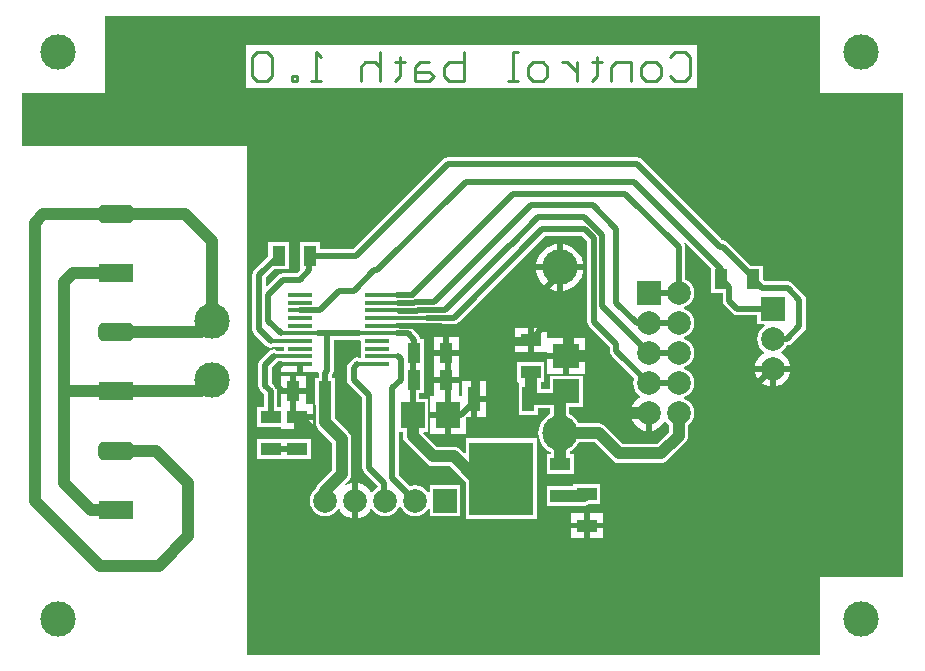
<source format=gbl>
G04 Layer_Physical_Order=2*
G04 Layer_Color=39168*
%FSLAX44Y44*%
%MOMM*%
G71*
G01*
G75*
%ADD10R,1.7000X1.1000*%
%ADD11R,1.1000X1.7000*%
%ADD12R,2.1500X0.4000*%
%ADD13R,2.1500X0.4000*%
%ADD14R,1.0000X2.1000*%
%ADD15R,5.4000X6.2000*%
%ADD16R,2.0000X2.2000*%
%ADD17R,2.2000X2.0000*%
%ADD18C,0.5000*%
%ADD19C,1.0000*%
%ADD20C,0.3000*%
%ADD21C,0.5080*%
%ADD22C,0.2540*%
%ADD23R,3.0000X1.5240*%
G04:AMPARAMS|DCode=24|XSize=1.524mm|YSize=3mm|CornerRadius=0.381mm|HoleSize=0mm|Usage=FLASHONLY|Rotation=270.000|XOffset=0mm|YOffset=0mm|HoleType=Round|Shape=RoundedRectangle|*
%AMROUNDEDRECTD24*
21,1,1.5240,2.2380,0,0,270.0*
21,1,0.7620,3.0000,0,0,270.0*
1,1,0.7620,-1.1190,-0.3810*
1,1,0.7620,-1.1190,0.3810*
1,1,0.7620,1.1190,0.3810*
1,1,0.7620,1.1190,-0.3810*
%
%ADD24ROUNDEDRECTD24*%
%ADD25C,2.0000*%
%ADD26R,2.0000X2.0000*%
%ADD27R,2.0000X2.0000*%
%ADD28C,3.0000*%
G36*
X940000Y740000D02*
X1010646Y740000D01*
Y330000D01*
X940000Y330000D01*
X940000Y264354D01*
X455000D01*
X455000Y695000D01*
X264354Y695000D01*
Y740000D01*
X335000Y740000D01*
X335000Y805646D01*
X940000D01*
X940000Y740000D01*
D02*
G37*
%LPC*%
G36*
X644650Y496750D02*
X637150D01*
Y483500D01*
X635063D01*
X634000Y484000D01*
X634000Y484770D01*
Y495000D01*
X623500D01*
X613000D01*
Y484770D01*
X613000Y484000D01*
X611937Y483500D01*
X610000D01*
Y470000D01*
X625000D01*
Y467500D01*
X627500D01*
Y451500D01*
X640000D01*
Y465750D01*
X644650D01*
Y481250D01*
Y496750D01*
D02*
G37*
G36*
X657150Y478750D02*
X649650D01*
Y465750D01*
X657150D01*
Y478750D01*
D02*
G37*
G36*
X511000Y463500D02*
X500000D01*
Y455500D01*
X511000D01*
Y463500D01*
D02*
G37*
G36*
X657150Y496750D02*
X649650D01*
Y483750D01*
X657150D01*
Y496750D01*
D02*
G37*
G36*
X897500Y504200D02*
X885174D01*
X885217Y503759D01*
X886075Y500932D01*
X887468Y498326D01*
X889342Y496042D01*
X891626Y494168D01*
X894232Y492775D01*
X897059Y491917D01*
X897500Y491874D01*
Y504200D01*
D02*
G37*
G36*
X504500Y501000D02*
X496500D01*
Y490000D01*
X504500D01*
Y501000D01*
D02*
G37*
G36*
X491500D02*
X483500D01*
Y490000D01*
X491500D01*
Y501000D01*
D02*
G37*
G36*
X792300Y466700D02*
X779974D01*
X780017Y466259D01*
X780875Y463432D01*
X782268Y460826D01*
X784142Y458542D01*
X786426Y456668D01*
X789032Y455275D01*
X791860Y454417D01*
X792300Y454374D01*
Y466700D01*
D02*
G37*
G36*
X740000Y384500D02*
X729000D01*
Y376500D01*
X740000D01*
Y384500D01*
D02*
G37*
G36*
X756000Y371500D02*
X745000D01*
Y363500D01*
X756000D01*
Y371500D01*
D02*
G37*
G36*
X740000D02*
X729000D01*
Y363500D01*
X740000D01*
Y371500D01*
D02*
G37*
G36*
X756000Y384500D02*
X745000D01*
Y376500D01*
X756000D01*
Y384500D01*
D02*
G37*
G36*
X622500Y465000D02*
X610000D01*
Y451500D01*
X622500D01*
Y465000D01*
D02*
G37*
G36*
X509000Y447500D02*
X463500D01*
Y430500D01*
X509000D01*
Y447500D01*
D02*
G37*
G36*
X754000Y409500D02*
X731000D01*
Y407500D01*
X708500D01*
Y390500D01*
X731500D01*
Y390931D01*
X740500D01*
X742588Y391206D01*
X744535Y392012D01*
X745170Y392500D01*
X754000D01*
Y409500D01*
D02*
G37*
G36*
X914826Y504200D02*
X902500D01*
Y491874D01*
X902941Y491917D01*
X905768Y492775D01*
X908374Y494168D01*
X910658Y496042D01*
X912532Y498326D01*
X913925Y500932D01*
X914783Y503759D01*
X914826Y504200D01*
D02*
G37*
G36*
X717000Y590000D02*
X699650D01*
X699789Y588579D01*
X700933Y584809D01*
X702790Y581335D01*
X705289Y578289D01*
X708335Y575790D01*
X711809Y573933D01*
X715579Y572789D01*
X717000Y572649D01*
Y590000D01*
D02*
G37*
G36*
X692500Y541500D02*
X681500D01*
Y533500D01*
X692500D01*
Y541500D01*
D02*
G37*
G36*
X634000Y533500D02*
X626000D01*
Y522500D01*
X634000D01*
Y533500D01*
D02*
G37*
G36*
X739351Y590000D02*
X722000D01*
Y572649D01*
X723421Y572789D01*
X727191Y573933D01*
X730665Y575790D01*
X733711Y578289D01*
X736210Y581335D01*
X738067Y584809D01*
X739211Y588579D01*
X739351Y590000D01*
D02*
G37*
G36*
X835540Y780532D02*
X453746D01*
Y744460D01*
X835540D01*
Y780532D01*
D02*
G37*
G36*
X722000Y612351D02*
Y595000D01*
X739351D01*
X739211Y596421D01*
X738067Y600191D01*
X736210Y603665D01*
X733711Y606711D01*
X730665Y609210D01*
X727191Y611067D01*
X723421Y612211D01*
X722000Y612351D01*
D02*
G37*
G36*
X717000D02*
X715579Y612211D01*
X711809Y611067D01*
X708335Y609210D01*
X705289Y606711D01*
X702790Y603665D01*
X700933Y600191D01*
X699789Y596421D01*
X699650Y595000D01*
X717000D01*
Y612351D01*
D02*
G37*
G36*
X621000Y533500D02*
X613000D01*
Y522500D01*
X621000D01*
Y533500D01*
D02*
G37*
G36*
X741000Y515000D02*
X727500D01*
Y502500D01*
X741000D01*
Y515000D01*
D02*
G37*
G36*
X722500D02*
X709000D01*
Y502500D01*
X722500D01*
Y515000D01*
D02*
G37*
G36*
X634000Y517500D02*
X623500D01*
X613000D01*
Y506500D01*
Y500000D01*
X623500D01*
X634000D01*
Y506500D01*
Y517500D01*
D02*
G37*
G36*
X785000Y685608D02*
X625000D01*
X622854Y685181D01*
X621035Y683965D01*
X545177Y608108D01*
X517000D01*
Y614000D01*
X500000D01*
Y591000D01*
X500000Y591000D01*
X500000D01*
X499500Y589930D01*
X497069Y587500D01*
X485000D01*
X482854Y587073D01*
X481035Y585858D01*
X471781Y576604D01*
X470608Y577090D01*
Y583677D01*
X477931Y591000D01*
X490000D01*
Y614000D01*
X473000D01*
Y601931D01*
X461035Y589965D01*
X459819Y588146D01*
X459392Y586000D01*
Y540000D01*
X459819Y537854D01*
X461035Y536035D01*
X471035Y526035D01*
X472854Y524819D01*
X475000Y524392D01*
X477146Y524819D01*
X478033Y525412D01*
X486000D01*
Y522088D01*
X480533D01*
X479646Y522681D01*
X477500Y523108D01*
X475354Y522681D01*
X473535Y521465D01*
X466035Y513965D01*
X464819Y512146D01*
X464392Y510000D01*
Y492500D01*
X464819Y490354D01*
X466035Y488535D01*
X469392Y485177D01*
Y474500D01*
X463500D01*
Y457500D01*
X484000D01*
Y455500D01*
X495000D01*
Y466000D01*
X497500D01*
Y468500D01*
X511000D01*
Y476500D01*
X504500D01*
Y485000D01*
X494000D01*
X483500D01*
Y474500D01*
X480608D01*
Y487500D01*
X480181Y489646D01*
X478965Y491465D01*
X475608Y494823D01*
Y507677D01*
X480842Y512912D01*
X484000D01*
Y503750D01*
X497250D01*
Y510750D01*
X502250D01*
Y503750D01*
X515187D01*
X515392Y503500D01*
Y499000D01*
X512500D01*
Y476000D01*
X512931D01*
Y461500D01*
X513206Y459412D01*
X514012Y457466D01*
X515294Y455794D01*
X526931Y444158D01*
Y420842D01*
X515194Y409106D01*
X513912Y407435D01*
X513106Y405488D01*
X513094Y405396D01*
X511628Y404272D01*
X509544Y401556D01*
X508235Y398394D01*
X507788Y395000D01*
X508235Y391606D01*
X509544Y388444D01*
X511628Y385728D01*
X514344Y383644D01*
X517506Y382335D01*
X520900Y381888D01*
X524294Y382335D01*
X527456Y383644D01*
X530172Y385728D01*
X531725Y387753D01*
X533231Y387629D01*
X533768Y386626D01*
X535642Y384342D01*
X537926Y382468D01*
X540532Y381075D01*
X543359Y380217D01*
X543800Y380174D01*
Y395000D01*
Y409826D01*
X543359Y409783D01*
X540532Y408925D01*
X538600Y407892D01*
X537835Y408924D01*
X540706Y411794D01*
X541988Y413465D01*
X542794Y415412D01*
X543069Y417500D01*
Y447500D01*
X542794Y449588D01*
X541988Y451535D01*
X540706Y453206D01*
X529069Y464842D01*
Y476000D01*
X529500D01*
Y499000D01*
X526608D01*
Y501248D01*
X527681Y502854D01*
X528108Y505000D01*
Y531142D01*
X550000D01*
X550518Y531245D01*
X551500Y530440D01*
Y525250D01*
Y516721D01*
X550634Y516101D01*
X550230Y515964D01*
X548250Y516358D01*
X546104Y515931D01*
X544285Y514715D01*
X541035Y511465D01*
X539819Y509646D01*
X539392Y507500D01*
Y497500D01*
X539819Y495354D01*
X541035Y493535D01*
X552392Y482177D01*
Y423000D01*
X552819Y420854D01*
X554035Y419035D01*
X565392Y407677D01*
Y406458D01*
X565144Y406355D01*
X562428Y404272D01*
X560875Y402247D01*
X559369Y402370D01*
X558832Y403374D01*
X556958Y405658D01*
X554674Y407532D01*
X552068Y408925D01*
X549240Y409783D01*
X548800Y409826D01*
Y395000D01*
Y380174D01*
X549240Y380217D01*
X552068Y381075D01*
X554674Y382468D01*
X556958Y384342D01*
X558832Y386626D01*
X559369Y387629D01*
X560875Y387753D01*
X562428Y385728D01*
X565144Y383644D01*
X568306Y382335D01*
X571700Y381888D01*
X575094Y382335D01*
X578256Y383644D01*
X580972Y385728D01*
X583055Y388444D01*
X583713Y390031D01*
X585087D01*
X585745Y388444D01*
X587828Y385728D01*
X590544Y383644D01*
X593706Y382335D01*
X597100Y381888D01*
X600494Y382335D01*
X603656Y383644D01*
X606372Y385728D01*
X608230Y388150D01*
X609500Y387809D01*
Y382000D01*
X635500D01*
Y408000D01*
X609500D01*
Y402191D01*
X608230Y401850D01*
X606372Y404272D01*
X603656Y406355D01*
X600494Y407665D01*
X597100Y408112D01*
X593706Y407665D01*
X592758Y407272D01*
X583108Y416923D01*
Y453500D01*
X586931D01*
Y450000D01*
X587206Y447912D01*
X588012Y445965D01*
X589294Y444294D01*
X606794Y426794D01*
X608465Y425512D01*
X610412Y424706D01*
X612500Y424431D01*
X626658D01*
X640000Y411089D01*
Y379750D01*
X700000D01*
Y447750D01*
X640000D01*
Y435571D01*
X638827Y435085D01*
X635706Y438206D01*
X634035Y439488D01*
X632088Y440294D01*
X630000Y440569D01*
X615842D01*
X604181Y452230D01*
X604707Y453500D01*
X608000D01*
Y481500D01*
X600648D01*
Y486000D01*
X605000D01*
Y508500D01*
Y531500D01*
X602008D01*
X601681Y533146D01*
X600465Y534965D01*
X594715Y540715D01*
X592896Y541931D01*
X590750Y542358D01*
X581750D01*
X581000Y542973D01*
Y545162D01*
X604841D01*
X605354Y544819D01*
X607500Y544392D01*
X630000D01*
X632146Y544819D01*
X633965Y546035D01*
X707323Y619392D01*
X738485D01*
X742892Y614985D01*
Y546500D01*
X743319Y544354D01*
X744535Y542535D01*
X761892Y525177D01*
Y521900D01*
X762319Y519754D01*
X763535Y517935D01*
X782527Y498942D01*
X782135Y497994D01*
X781688Y494600D01*
X782135Y491206D01*
X783445Y488044D01*
X785528Y485328D01*
X787553Y483775D01*
X787429Y482269D01*
X786426Y481732D01*
X784142Y479858D01*
X782268Y477574D01*
X780875Y474968D01*
X780017Y472141D01*
X779974Y471700D01*
X794800D01*
Y469200D01*
X797300D01*
Y454374D01*
X797740Y454417D01*
X800568Y455275D01*
X803174Y456668D01*
X805458Y458542D01*
X807332Y460826D01*
X807869Y461829D01*
X809375Y461953D01*
X810928Y459928D01*
X812131Y459005D01*
Y453542D01*
X801658Y443069D01*
X773342D01*
X758206Y458206D01*
X756535Y459488D01*
X754588Y460294D01*
X752500Y460569D01*
X735597D01*
X734539Y462549D01*
X732290Y465289D01*
X729549Y467539D01*
X727569Y468597D01*
Y474500D01*
X739000D01*
Y500500D01*
X711000D01*
Y489319D01*
X703419D01*
Y495500D01*
X706500D01*
Y512500D01*
X683500D01*
Y495500D01*
X683891D01*
X684850Y494750D01*
Y467750D01*
X700850D01*
Y473181D01*
X711431D01*
Y468597D01*
X709451Y467539D01*
X706711Y465289D01*
X704461Y462549D01*
X702790Y459422D01*
X701760Y456029D01*
X701413Y452500D01*
X701760Y448971D01*
X702790Y445578D01*
X704461Y442451D01*
X706711Y439710D01*
X709451Y437461D01*
X711931Y436136D01*
Y434500D01*
X708500D01*
Y417500D01*
X731500D01*
Y434500D01*
X728069D01*
Y436670D01*
X729549Y437461D01*
X732290Y439710D01*
X734539Y442451D01*
X735597Y444431D01*
X749158D01*
X764294Y429294D01*
X765965Y428012D01*
X767912Y427206D01*
X770000Y426931D01*
X805000D01*
X807088Y427206D01*
X809035Y428012D01*
X810706Y429294D01*
X825906Y444494D01*
X827188Y446166D01*
X827994Y448112D01*
X828269Y450200D01*
Y459005D01*
X829472Y459928D01*
X831555Y462644D01*
X832865Y465806D01*
X833312Y469200D01*
X832865Y472594D01*
X831555Y475756D01*
X829472Y478472D01*
X826756Y480555D01*
X825169Y481213D01*
Y482587D01*
X826756Y483245D01*
X829472Y485328D01*
X831555Y488044D01*
X832865Y491206D01*
X833312Y494600D01*
X832865Y497994D01*
X831555Y501156D01*
X829472Y503872D01*
X826756Y505956D01*
X825169Y506613D01*
Y507987D01*
X826756Y508644D01*
X829472Y510728D01*
X831555Y513444D01*
X832865Y516606D01*
X833312Y520000D01*
X832865Y523394D01*
X831555Y526556D01*
X829472Y529272D01*
X826756Y531356D01*
X825169Y532013D01*
Y533387D01*
X826756Y534044D01*
X829472Y536128D01*
X831555Y538844D01*
X832865Y542006D01*
X833312Y545400D01*
X832865Y548794D01*
X831555Y551956D01*
X829472Y554672D01*
X826756Y556755D01*
X825169Y557413D01*
Y558787D01*
X826756Y559445D01*
X829472Y561528D01*
X831555Y564244D01*
X832865Y567406D01*
X833312Y570800D01*
X832865Y574194D01*
X831555Y577356D01*
X829472Y580072D01*
X826756Y582155D01*
X825808Y582548D01*
Y609800D01*
X825381Y611946D01*
X824482Y613292D01*
X825468Y614101D01*
X848000Y591569D01*
Y571000D01*
X857642D01*
Y564250D01*
X858069Y562104D01*
X859285Y560285D01*
X866035Y553535D01*
X867854Y552319D01*
X870000Y551892D01*
X887000D01*
Y544500D01*
X892809D01*
X893150Y543230D01*
X890728Y541372D01*
X888644Y538656D01*
X887335Y535494D01*
X886888Y532100D01*
X887335Y528706D01*
X888644Y525544D01*
X890728Y522828D01*
X892753Y521275D01*
X892629Y519769D01*
X891626Y519232D01*
X889342Y517358D01*
X887468Y515074D01*
X886075Y512468D01*
X885217Y509641D01*
X885174Y509200D01*
X900000D01*
X914826D01*
X914783Y509641D01*
X913925Y512468D01*
X912532Y515074D01*
X910658Y517358D01*
X908374Y519232D01*
X907371Y519769D01*
X907247Y521275D01*
X909272Y522828D01*
X911356Y525544D01*
X911748Y526492D01*
X912100D01*
X914246Y526919D01*
X916065Y528135D01*
X926465Y538535D01*
X927681Y540354D01*
X928108Y542500D01*
Y565000D01*
X927681Y567146D01*
X926465Y568965D01*
X916465Y578965D01*
X916465Y578965D01*
X914646Y580181D01*
X912500Y580608D01*
X893323D01*
X892000Y581931D01*
Y594000D01*
X881431D01*
X861465Y613965D01*
X859646Y615181D01*
X857500Y615608D01*
X857323D01*
X788965Y683965D01*
X787146Y685181D01*
X785000Y685608D01*
D02*
G37*
G36*
X692500Y528500D02*
X681500D01*
Y520500D01*
X692500D01*
Y528500D01*
D02*
G37*
G36*
X727500Y532500D02*
Y520000D01*
X741000D01*
Y532500D01*
X727500D01*
D02*
G37*
G36*
X708500Y541500D02*
X697500D01*
Y531000D01*
Y520500D01*
X707730D01*
X708500Y520500D01*
X708735Y520000D01*
X722500D01*
Y532500D01*
X709770D01*
X709000Y532500D01*
X708500Y533563D01*
Y541500D01*
D02*
G37*
%LPD*%
D10*
X720000Y426000D02*
D03*
Y399000D02*
D03*
X475000Y466000D02*
D03*
Y439000D02*
D03*
X742500Y374000D02*
D03*
Y401000D02*
D03*
X497500Y439000D02*
D03*
Y466000D02*
D03*
X695000Y531000D02*
D03*
Y504000D02*
D03*
D11*
X856500Y582500D02*
D03*
X883500D02*
D03*
X481500Y602500D02*
D03*
X508500D02*
D03*
X623500Y497500D02*
D03*
X596500D02*
D03*
X623500Y520000D02*
D03*
X596500D02*
D03*
X494000Y487500D02*
D03*
X521000D02*
D03*
D12*
X499750Y510750D02*
D03*
D13*
Y517250D02*
D03*
Y523750D02*
D03*
Y530250D02*
D03*
Y536750D02*
D03*
Y543250D02*
D03*
Y549750D02*
D03*
Y556250D02*
D03*
Y562750D02*
D03*
Y569250D02*
D03*
X565250Y510750D02*
D03*
Y517250D02*
D03*
Y523750D02*
D03*
Y530250D02*
D03*
Y536750D02*
D03*
Y543250D02*
D03*
Y549750D02*
D03*
Y556250D02*
D03*
Y562750D02*
D03*
Y569250D02*
D03*
D14*
X647150Y481250D02*
D03*
X692850Y481250D02*
D03*
D15*
X670000Y413750D02*
D03*
D16*
X595000Y467500D02*
D03*
X625000D02*
D03*
D17*
X725000Y487500D02*
D03*
Y517500D02*
D03*
D18*
X599500Y556500D02*
X622500D01*
X596808Y563000D02*
X613000D01*
X595000Y570000D02*
X680000Y655000D01*
X595000Y569500D02*
Y570000D01*
X582000Y569500D02*
X595000D01*
X599000Y556000D02*
X599500Y556500D01*
X596308Y562500D02*
X596808Y563000D01*
X581750Y569250D02*
X582000Y569500D01*
X680000Y655000D02*
X775000D01*
X565000Y590000D02*
X640000Y665000D01*
X562500Y590000D02*
X565000D01*
X785000Y680000D02*
X855000Y610000D01*
X507500Y597500D02*
X510500Y600500D01*
X625000Y680000D02*
X785000D01*
X547500Y602500D02*
X625000Y680000D01*
X508500Y602500D02*
X547500D01*
X485000Y581892D02*
X499392D01*
X472500Y569392D02*
X485000Y581892D01*
X472500Y547500D02*
Y569392D01*
Y547500D02*
X483250Y536750D01*
X522500D02*
X550000D01*
X571000Y395700D02*
Y410000D01*
X558000Y423000D02*
X571000Y410000D01*
X558000Y423000D02*
Y484500D01*
X545000Y497500D02*
X558000Y484500D01*
X582750Y517250D02*
X585000Y515000D01*
Y497500D02*
Y515000D01*
X571000Y395700D02*
X571700Y395000D01*
X545000Y497500D02*
Y507500D01*
X577500Y490000D02*
X585000Y497500D01*
X577500Y414600D02*
Y490000D01*
X649650Y520900D02*
X657500Y528750D01*
X725000Y517500D02*
X728846Y521346D01*
Y540000D01*
X704000D02*
X728846D01*
X695000Y531000D02*
X704000Y540000D01*
X692750Y528750D02*
X695000Y531000D01*
X657500Y528750D02*
X692750D01*
X619250Y543250D02*
X623500Y539000D01*
X584250Y543250D02*
X619250D01*
X649650Y481250D02*
Y520900D01*
X507500Y590000D02*
Y597500D01*
X794800Y520000D02*
X820200D01*
X577500Y414600D02*
X597100Y395000D01*
X545000Y507500D02*
X548250Y510750D01*
X465000Y540000D02*
X475000Y530000D01*
X465000Y540000D02*
Y586000D01*
X481500Y602500D01*
X499392Y581892D02*
X507500Y590000D01*
X470000Y510000D02*
X477500Y517500D01*
X470000Y492500D02*
Y510000D01*
Y492500D02*
X475000Y487500D01*
Y466000D02*
Y487500D01*
X494000Y469500D02*
X497500Y466000D01*
X494000Y469500D02*
Y487500D01*
X485000D02*
X494000D01*
X480000Y492500D02*
X485000Y487500D01*
X480000Y492500D02*
Y507500D01*
X483250Y510750D01*
X623500Y520000D02*
Y539000D01*
X596500Y520000D02*
Y531000D01*
X590750Y536750D02*
X596500Y531000D01*
X581750Y536750D02*
X590750D01*
X515000D02*
X522500D01*
Y505000D02*
Y536750D01*
X521000Y503500D02*
X522500Y505000D01*
X521000Y487500D02*
Y503500D01*
X794800Y494600D02*
X820200D01*
X825400D01*
X794800Y545400D02*
X820200D01*
X794800Y570800D02*
X820200D01*
X784600Y545400D02*
X794800D01*
X767500Y521900D02*
X794800Y494600D01*
X767500Y521900D02*
Y527500D01*
X583750Y556000D02*
X584000D01*
X599000D01*
X582500Y562500D02*
X596308D01*
X767500D02*
X784600Y545400D01*
X794800Y520000D02*
Y520200D01*
X755000Y560000D02*
X794800Y520200D01*
X820200Y570800D02*
Y609800D01*
X775000Y655000D02*
X820200Y609800D01*
X695000Y645000D02*
X747500D01*
X767500Y625000D01*
X613000Y563000D02*
X695000Y645000D01*
X767500Y562500D02*
Y625000D01*
X677500Y611500D02*
X678000D01*
X701500Y635000D02*
X740000D01*
X755000Y620000D01*
X678000Y611500D02*
X701500Y635000D01*
X622500Y556500D02*
X677500Y611500D01*
X755000Y560000D02*
Y620000D01*
X607500Y550000D02*
X630000D01*
X705000Y625000D01*
X740808D01*
X748500Y617308D01*
Y546500D02*
Y617308D01*
Y546500D02*
X767500Y527500D01*
X719500Y587000D02*
Y592500D01*
X695000Y562500D02*
X719500Y587000D01*
X695000Y531000D02*
Y562500D01*
X843150Y422500D02*
Y450650D01*
X899200Y506700D02*
X900000D01*
X843150Y450650D02*
X899200Y506700D01*
X898100Y534000D02*
X900000Y532100D01*
X499750Y556250D02*
X516250D01*
X532500Y572500D01*
X545000D01*
X562500Y590000D01*
X640000Y665000D02*
X782500D01*
X870000Y557500D02*
X900000D01*
X863250Y564250D02*
Y575750D01*
X856500Y582500D02*
X863250Y575750D01*
Y564250D02*
X870000Y557500D01*
X855000Y610000D02*
X857500D01*
X883500Y584000D01*
Y582500D02*
Y584000D01*
Y582500D02*
X891000Y575000D01*
X912500Y575000D02*
Y575000D01*
Y575000D02*
X922500Y565000D01*
X912100Y532100D02*
X922500Y542500D01*
X900000Y532100D02*
X912100D01*
X891000Y575000D02*
X912500D01*
X922500Y542500D02*
Y565000D01*
X782500Y665000D02*
X856500Y591000D01*
Y582500D02*
Y591000D01*
D19*
X275000Y630000D02*
X282500Y637500D01*
X344000D01*
X402500D02*
X425500Y614500D01*
X344000Y637500D02*
X402500D01*
X300000Y410000D02*
Y485000D01*
X302500Y487500D01*
X344000D01*
X300000Y410000D02*
X322500Y387500D01*
X344000D01*
X377500Y437500D02*
X405000Y410000D01*
X344000Y437500D02*
X377500D01*
X415500Y487500D02*
X423000Y495000D01*
X433000D01*
X344000Y487500D02*
X415500D01*
X423000Y545000D02*
X425500Y547500D01*
X415500Y537500D02*
X423000Y545000D01*
X433000D01*
X344000Y537500D02*
X415500D01*
X300000Y580000D02*
X307500Y587500D01*
X344000D01*
X820200Y462700D02*
Y469200D01*
Y450200D02*
Y462700D01*
X805000Y435000D02*
X820200Y450200D01*
X770000Y435000D02*
X805000D01*
X752500Y452500D02*
X770000Y435000D01*
X719500Y452500D02*
X752500D01*
X719500D02*
X720000Y452000D01*
Y426000D02*
Y452000D01*
X760000Y350000D02*
X786200Y376200D01*
X570100Y350000D02*
X760000D01*
X545100Y375000D02*
X570100Y350000D01*
X425500Y547500D02*
Y614500D01*
X275000Y395000D02*
Y630000D01*
Y395000D02*
X315000Y355000D01*
X315000D01*
X330000Y340000D01*
X380000D01*
X405000Y365000D01*
Y410000D01*
X300000Y485000D02*
Y580000D01*
X695000Y504000D02*
X695350Y503650D01*
Y481250D02*
Y503650D01*
X719000Y482500D02*
X719500Y482000D01*
Y452500D02*
Y482000D01*
X717750Y481250D02*
X719000Y482500D01*
X695350Y481250D02*
X717750D01*
X595000Y450000D02*
Y467500D01*
Y450000D02*
X612500Y432500D01*
X630000D01*
X648750Y413750D01*
X423000Y495000D02*
X425500Y497500D01*
X648750Y413750D02*
X672500D01*
X521000Y461500D02*
Y487500D01*
Y461500D02*
X535000Y447500D01*
Y417500D02*
Y447500D01*
X520900Y403400D02*
X535000Y417500D01*
X520900Y395000D02*
Y403400D01*
X747500Y517500D02*
X759500Y505500D01*
X725000Y517500D02*
X747500D01*
X497500Y375000D02*
X545100D01*
X497500Y466000D02*
X518500Y445000D01*
Y429000D02*
Y445000D01*
X492500Y403000D02*
X518500Y429000D01*
X492500Y380000D02*
Y403000D01*
Y380000D02*
X497500Y375000D01*
X786200Y376200D02*
X846200D01*
Y419450D01*
X843150Y422500D02*
X846200Y419450D01*
X759500Y480000D02*
X770300Y469200D01*
X794800D01*
X759500Y480000D02*
Y505500D01*
X720000Y399000D02*
X740500D01*
X742500Y401000D01*
D20*
X499750Y536750D02*
X515000D01*
X550000D02*
X565250D01*
X548250Y510750D02*
X565250D01*
Y517250D02*
X582750D01*
X565250Y543250D02*
X584250D01*
X499500Y530000D02*
X499750Y530250D01*
X475000Y530000D02*
X499500D01*
X483250Y536750D02*
X499750D01*
X499500Y517500D02*
X499750Y517250D01*
X477500Y517500D02*
X499500D01*
X483250Y510750D02*
X499750D01*
X565250Y536750D02*
X581750D01*
X565250Y569250D02*
X581750D01*
X565250Y562750D02*
X565500Y562500D01*
X582500D01*
X565250Y556250D02*
X583750D01*
X584000Y556000D01*
X565250Y549750D02*
X607250D01*
X607500Y550000D01*
D21*
X595000Y467500D02*
Y518500D01*
X625000Y467500D02*
Y518500D01*
X623500Y520000D02*
X625000Y518500D01*
X635900Y467500D02*
X649650Y481250D01*
X625000Y467500D02*
X635900D01*
X595000Y518500D02*
X596500Y520000D01*
X475000Y439000D02*
X497500D01*
X546300Y376200D02*
Y395000D01*
D22*
X813339Y770827D02*
X817504Y774992D01*
X825835D01*
X830000Y770827D01*
Y754165D01*
X825835Y750000D01*
X817504D01*
X813339Y754165D01*
X800843Y750000D02*
X792512D01*
X788347Y754165D01*
Y762496D01*
X792512Y766661D01*
X800843D01*
X805008Y762496D01*
Y754165D01*
X800843Y750000D01*
X780016D02*
Y766661D01*
X767520D01*
X763355Y762496D01*
Y750000D01*
X750859Y770827D02*
Y766661D01*
X755024D01*
X746694D01*
X750859D01*
Y754165D01*
X746694Y750000D01*
X734198Y766661D02*
Y750000D01*
Y758331D01*
X730032Y762496D01*
X725867Y766661D01*
X721702D01*
X705040Y750000D02*
X696710D01*
X692544Y754165D01*
Y762496D01*
X696710Y766661D01*
X705040D01*
X709206Y762496D01*
Y754165D01*
X705040Y750000D01*
X684214D02*
X675883D01*
X680048D01*
Y774992D01*
X684214D01*
X638395D02*
Y750000D01*
X625899D01*
X621734Y754165D01*
Y758331D01*
Y762496D01*
X625899Y766661D01*
X638395D01*
X609238D02*
X600907D01*
X596742Y762496D01*
Y750000D01*
X609238D01*
X613403Y754165D01*
X609238Y758331D01*
X596742D01*
X584246Y770827D02*
Y766661D01*
X588411D01*
X580081D01*
X584246D01*
Y754165D01*
X580081Y750000D01*
X567585Y774992D02*
Y750000D01*
Y762496D01*
X563419Y766661D01*
X555089D01*
X550924Y762496D01*
Y750000D01*
X517601D02*
X509270D01*
X513436D01*
Y774992D01*
X517601Y770827D01*
X496774Y750000D02*
Y754165D01*
X492609D01*
Y750000D01*
X496774D01*
X475948Y770827D02*
X471782Y774992D01*
X463452D01*
X459286Y770827D01*
Y754165D01*
X463452Y750000D01*
X471782D01*
X475948Y754165D01*
Y770827D01*
D23*
X344000Y387500D02*
D03*
Y587500D02*
D03*
Y487500D02*
D03*
D24*
Y437500D02*
D03*
Y637500D02*
D03*
Y537500D02*
D03*
D25*
X820200Y469200D02*
D03*
X794800D02*
D03*
X820200Y494600D02*
D03*
X794800D02*
D03*
X820200Y520000D02*
D03*
X794800D02*
D03*
X820200Y545400D02*
D03*
X794800D02*
D03*
X820200Y570800D02*
D03*
X900000Y506700D02*
D03*
Y532100D02*
D03*
X520900Y395000D02*
D03*
X546300D02*
D03*
X571700D02*
D03*
X597100D02*
D03*
D26*
X794800Y570800D02*
D03*
X900000Y557500D02*
D03*
D27*
X622500Y395000D02*
D03*
D28*
X719500Y592500D02*
D03*
X425500Y497500D02*
D03*
Y547500D02*
D03*
X719500Y452500D02*
D03*
X975000Y775000D02*
D03*
Y295000D02*
D03*
X295000Y775000D02*
D03*
Y295000D02*
D03*
M02*

</source>
